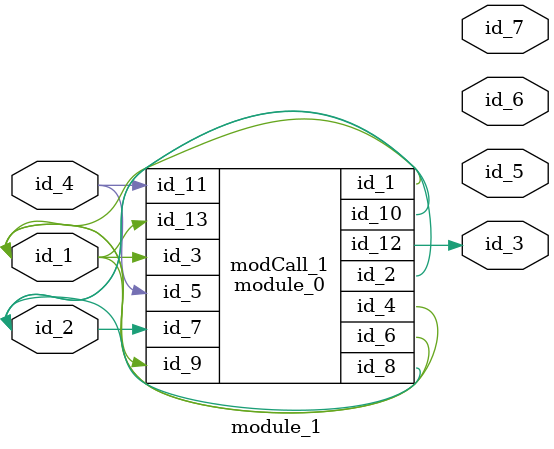
<source format=v>
module module_0 (
    id_1,
    id_2,
    id_3,
    id_4,
    id_5,
    id_6,
    id_7,
    id_8,
    id_9,
    id_10,
    id_11,
    id_12,
    id_13
);
  input wire id_13;
  output wire id_12;
  input wire id_11;
  inout wire id_10;
  input wire id_9;
  output wire id_8;
  input wire id_7;
  inout wire id_6;
  input wire id_5;
  inout wire id_4;
  input wire id_3;
  inout wire id_2;
  inout wire id_1;
  assign id_2 = id_6;
  assign id_2 = -1'b0;
endmodule
module module_1 (
    id_1,
    id_2,
    id_3,
    id_4,
    id_5,
    id_6,
    id_7
);
  output wire id_7;
  output wire id_6;
  output wire id_5;
  input wire id_4;
  output wire id_3;
  inout wire id_2;
  inout wire id_1;
  module_0 modCall_1 (
      id_1,
      id_2,
      id_1,
      id_1,
      id_4,
      id_1,
      id_2,
      id_2,
      id_1,
      id_2,
      id_4,
      id_3,
      id_1
  );
endmodule

</source>
